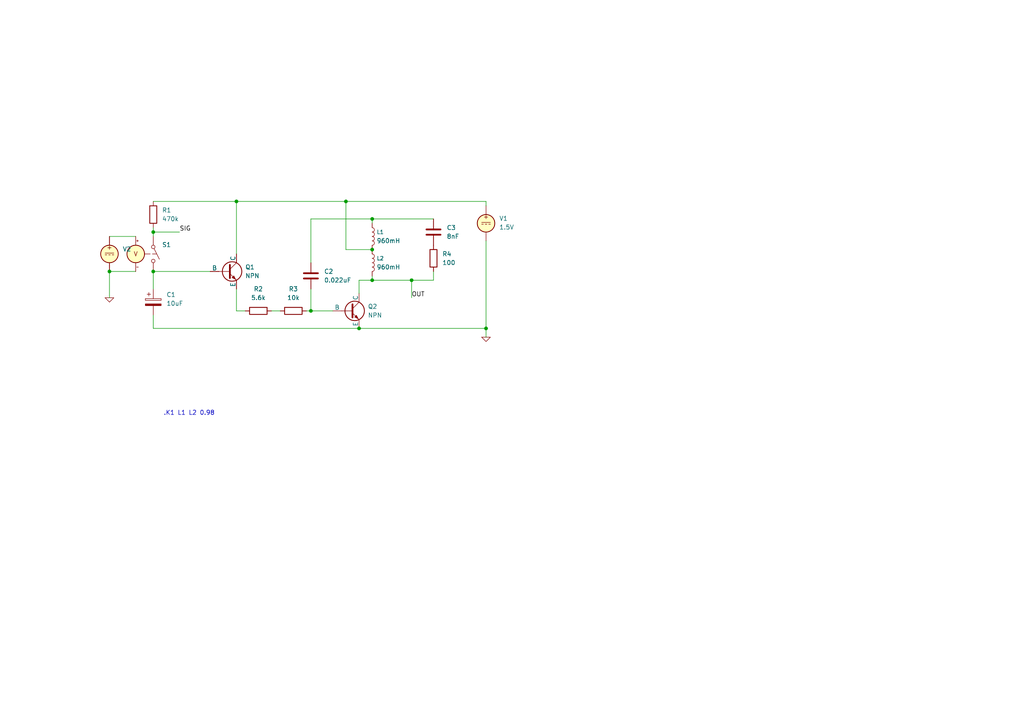
<source format=kicad_sch>
(kicad_sch (version 20250114) (generator "eeschema") (generator_version "9.0")
  (paper "A4")
  (lib_symbols
    (symbol "Device:C" (pin_numbers (hide yes)) (pin_names (offset 0.254))
      (property "Reference" "C" (at 0.635 2.54 0))
      (property "Value" "C" (at 0.635 -2.54 0))
      (symbol "C_0_1"
        (polyline (pts (xy -2.032 0.762) (xy 2.032 0.762)) (stroke (width 0.508)))
        (polyline (pts (xy -2.032 -0.762) (xy 2.032 -0.762)) (stroke (width 0.508)))
      )
      (symbol "C_1_1"
        (pin passive line (at 0 3.81 270) (length 2.794) (name "~") (number "1"))
        (pin passive line (at 0 -3.81 90) (length 2.794) (name "~") (number "2"))
      )
    )
    (symbol "Device:C_Polarized" (pin_numbers (hide yes)) (pin_names (offset 0.254))
      (property "Reference" "C" (at 0.635 2.54 0))
      (property "Value" "C_Polarized" (at 0.635 -2.54 0))
      (symbol "C_Polarized_0_1"
        (rectangle (start -2.286 0.508) (end 2.286 1.016))
        (polyline (pts (xy -1.778 2.286) (xy -0.762 2.286)))
        (polyline (pts (xy -1.27 2.794) (xy -1.27 1.778)))
        (rectangle (start 2.286 -0.508) (end -2.286 -1.016) (fill (type outline)))
      )
      (symbol "C_Polarized_1_1"
        (pin passive line (at 0 3.81 270) (length 2.794) (name "~") (number "1"))
        (pin passive line (at 0 -3.81 90) (length 2.794) (name "~") (number "2"))
      )
    )
    (symbol "Device:R" (pin_numbers (hide yes)) (pin_names (offset 0))
      (property "Reference" "R" (at 2.032 0 90))
      (property "Value" "R" (at 0 0 90))
      (symbol "R_0_1"
        (rectangle (start -1.016 -2.54) (end 1.016 2.54) (stroke (width 0.254)))
      )
      (symbol "R_1_1"
        (pin passive line (at 0 3.81 270) (length 1.27) (name "~") (number "1"))
        (pin passive line (at 0 -3.81 90) (length 1.27) (name "~") (number "2"))
      )
    )
    (symbol "Simulation_SPICE:0" (power) (pin_numbers (hide yes)) (pin_names (offset 0) (hide yes))
      (property "Value" "0" (at 0 -2.54 0))
      (symbol "0_0_1"
        (polyline (pts (xy -1.27 0) (xy 0 -1.27) (xy 1.27 0) (xy -1.27 0)))
      )
      (symbol "0_1_1"
        (pin power_in line (at 0 0 0) (length 0) (name "~") (number "1"))
      )
    )
    (symbol "Simulation_SPICE:NPN" (pin_numbers (hide yes)) (pin_names (offset 0))
      (property "Reference" "Q" (at -2.54 7.62 0))
      (property "Value" "NPN" (at -2.54 5.08 0))
      (symbol "NPN_0_1"
        (polyline (pts (xy -2.54 0) (xy 0.635 0)) (stroke (width 0.1524)))
        (polyline (pts (xy 0.635 1.905) (xy 0.635 -1.905) (xy 0.635 -1.905)) (stroke (width 0.508)))
        (polyline (pts (xy 0.635 0.635) (xy 2.54 2.54)))
        (polyline (pts (xy 0.635 -0.635) (xy 2.54 -2.54) (xy 2.54 -2.54)))
        (circle (center 1.27 0) (radius 2.8194) (stroke (width 0.254)))
        (polyline (pts (xy 1.27 -1.778) (xy 1.778 -1.27) (xy 2.286 -2.286) (xy 1.27 -1.778) (xy 1.27 -1.778)) (fill (type outline)))
        (polyline (pts (xy 2.794 -1.27) (xy 2.794 -1.27)) (stroke (width 0.1524)))
        (polyline (pts (xy 2.794 -1.27) (xy 2.794 -1.27)) (stroke (width 0.1524)))
      )
      (symbol "NPN_1_1"
        (pin input line (at -5.08 0 0) (length 2.54) (name "B") (number "2"))
        (pin open_collector line (at 2.54 5.08 270) (length 2.54) (name "C") (number "1"))
        (pin open_emitter line (at 2.54 -5.08 90) (length 2.54) (name "E") (number "3"))
      )
    )
    (symbol "Simulation_SPICE:SWITCH" (pin_numbers (hide yes)) (pin_names (offset 1.016) (hide yes))
      (property "Reference" "S" (at 2.54 2.54 0))
      (property "Value" "SWITCH" (at 2.54 0 0))
      (property "Sim.Params" "thr=0 ron=1" (at 2.54 -2.54 0))
      (symbol "SWITCH_0_1"
        (circle (center 0 2.032) (radius 0.508))
        (circle (center 0 -2.032) (radius 0.508))
        (polyline (pts (xy 0.254 1.524) (xy 1.778 -1.524)))
      )
      (symbol "SWITCH_1_1"
        (circle (center -5.08 0) (radius 2.54) (stroke (width 0.254)) (fill (type background)))
        (polyline (pts (xy -4.826 3.81) (xy -4.318 3.81)))
        (polyline (pts (xy -4.826 -3.81) (xy -4.318 -3.81)))
        (polyline (pts (xy -4.572 4.064) (xy -4.572 3.556)))
        (polyline (pts (xy -2.54 0) (xy 0.889 0)) (stroke (width 0) (type dash)))
        (text "V" (at -5.08 0 0) (effects (font (size 1.27 1.27))))
        (pin input line (at -5.08 5.08 270) (length 2.54) (name "C+") (number "3"))
        (pin input line (at -5.08 -5.08 90) (length 2.54) (name "C-") (number "4"))
        (pin passive line (at 0 5.08 270) (length 2.54) (name "N+") (number "1"))
        (pin passive line (at 0 -5.08 90) (length 2.54) (name "N-") (number "2"))
      )
    )
    (symbol "Simulation_SPICE:VDC" (pin_numbers (hide yes)) (pin_names (offset 0.0254))
      (property "Reference" "V" (at 2.54 2.54 0))
      (property "Value" "1" (at 2.54 0 0))
      (symbol "VDC_0_0"
        (polyline (pts (xy -1.27 0.254) (xy 1.27 0.254)))
        (polyline (pts (xy -0.762 -0.254) (xy -1.27 -0.254)))
        (polyline (pts (xy 0.254 -0.254) (xy -0.254 -0.254)))
        (polyline (pts (xy 1.27 -0.254) (xy 0.762 -0.254)))
        (text "+" (at 0 1.905 0) (effects (font (size 1.27 1.27))))
      )
      (symbol "VDC_0_1"
        (circle (center 0 0) (radius 2.54) (stroke (width 0.254)) (fill (type background)))
      )
      (symbol "VDC_1_1"
        (pin passive line (at 0 5.08 270) (length 2.54) (name "~") (number "1"))
        (pin passive line (at 0 -5.08 90) (length 2.54) (name "~") (number "2"))
      )
    )
    (symbol "kicadunlocked:L" (pin_numbers (hide yes)) (pin_names (offset 1.016) (hide yes))
      (property "Reference" "L" (at -1.27 -3.81 90))
      (property "Value" "L" (at 1.905 -3.81 90))
      (symbol "L_0_1"
        (arc (start 0 -1.27) (mid 0.6323 -1.905) (end 0 -2.54))
        (arc (start 0 -2.54) (mid 0.6323 -3.175) (end 0 -3.81))
        (arc (start 0 -3.81) (mid 0.6323 -4.445) (end 0 -5.08))
        (arc (start 0 -5.08) (mid 0.6323 -5.715) (end 0 -6.35))
      )
      (symbol "L_1_1"
        (pin passive line (at 0 0 270) (length 1.27) (name "1") (number "1"))
        (pin passive line (at 0 -7.62 90) (length 1.27) (name "2") (number "2"))
      )
    )
  )
  (text ".K1 L1 L2 0.98" (at 54.864 119.888 0) (effects (font (size 1.27 1.27))))
  (junction (at 90.17 90.17))
  (junction (at 31.75 78.74))
  (junction (at 119.38 81.28))
  (junction (at 44.45 67.31))
  (junction (at 107.95 72.39))
  (junction (at 68.58 58.42))
  (junction (at 100.33 58.42))
  (junction (at 107.95 63.5))
  (junction (at 104.14 95.25))
  (junction (at 107.95 81.28))
  (junction (at 140.97 95.25))
  (junction (at 44.45 78.74))
  (wire (pts (xy 107.95 63.5) (xy 125.73 63.5)))
  (wire (pts (xy 90.17 63.5) (xy 107.95 63.5)))
  (wire (pts (xy 104.14 85.09) (xy 104.14 81.28)))
  (wire (pts (xy 100.33 58.42) (xy 100.33 72.39)))
  (wire (pts (xy 44.45 78.74) (xy 44.45 83.82)))
  (wire (pts (xy 104.14 81.28) (xy 107.95 81.28)))
  (wire (pts (xy 78.74 90.17) (xy 81.28 90.17)))
  (wire (pts (xy 90.17 83.82) (xy 90.17 90.17)))
  (wire (pts (xy 125.73 78.74) (xy 125.73 81.28)))
  (wire (pts (xy 31.75 78.74) (xy 39.37 78.74)))
  (wire (pts (xy 100.33 58.42) (xy 140.97 58.42)))
  (wire (pts (xy 90.17 76.2) (xy 90.17 63.5)))
  (wire (pts (xy 68.58 83.82) (xy 68.58 90.17)))
  (wire (pts (xy 107.95 64.77) (xy 107.95 63.5)))
  (wire (pts (xy 44.45 67.31) (xy 44.45 68.58)))
  (wire (pts (xy 31.75 78.74) (xy 31.75 86.36)))
  (wire (pts (xy 119.38 81.28) (xy 119.38 86.36)))
  (wire (pts (xy 140.97 58.42) (xy 140.97 59.69)))
  (wire (pts (xy 140.97 95.25) (xy 140.97 97.79)))
  (wire (pts (xy 44.45 58.42) (xy 68.58 58.42)))
  (wire (pts (xy 104.14 95.25) (xy 44.45 95.25)))
  (wire (pts (xy 107.95 81.28) (xy 107.95 80.01)))
  (wire (pts (xy 119.38 81.28) (xy 125.73 81.28)))
  (wire (pts (xy 44.45 67.31) (xy 52.07 67.31)))
  (wire (pts (xy 44.45 78.74) (xy 60.96 78.74)))
  (wire (pts (xy 88.9 90.17) (xy 90.17 90.17)))
  (wire (pts (xy 68.58 90.17) (xy 71.12 90.17)))
  (wire (pts (xy 140.97 69.85) (xy 140.97 95.25)))
  (wire (pts (xy 107.95 81.28) (xy 119.38 81.28)))
  (wire (pts (xy 68.58 58.42) (xy 100.33 58.42)))
  (wire (pts (xy 107.95 72.39) (xy 100.33 72.39)))
  (wire (pts (xy 31.75 68.58) (xy 39.37 68.58)))
  (wire (pts (xy 90.17 90.17) (xy 96.52 90.17)))
  (wire (pts (xy 44.45 91.44) (xy 44.45 95.25)))
  (wire (pts (xy 44.45 66.04) (xy 44.45 67.31)))
  (wire (pts (xy 68.58 58.42) (xy 68.58 73.66)))
  (wire (pts (xy 104.14 95.25) (xy 140.97 95.25)))
  (label "SIG" (at 52.07 67.31 0))
  (label "OUT" (at 119.38 86.36 0))
  (symbol (lib_id "kicadunlocked:L") (at 107.95 64.77 0) (unit 1)
    (property "Reference" "L1" (at 109.22 67.3099 0) (effects (font (size 1.1 1.1)) (justify left)))
    (property "Value" "960mH" (at 109.22 69.8499 0) (effects (justify left)))
    (property "Description" "Inductor" (effects (hide yes)))
  )
  (symbol (lib_id "Simulation_SPICE:SWITCH") (at 44.45 73.66 0) (unit 1)
    (property "Reference" "S1" (at 46.99 70.9929 0) (effects (justify left)))
    (property "Value" "SWITCH" (effects (hide yes)))
    (property "Datasheet" "https://ngspice.sourceforge.io/docs/ngspice-html-manual/manual.xhtml#subsec_Switches" (effects (hide yes)))
    (property "Description" "Voltage controlled switch symbol for simulation only" (effects (hide yes)))
    (property "Sim.Device" "SW" (effects (hide yes)))
    (property "Sim.Type" "V" (effects (hide yes)))
    (property "Sim.Params" "thr=0 ron=1 roff=10M" (effects (hide yes)))
    (property "Sim.Pins" "1=no+ 2=no- 3=ctrl+ 4=ctrl-" (effects (hide yes)))
  )
  (symbol (lib_id "Device:C") (at 90.17 80.01 0) (unit 1)
    (property "Reference" "C2" (at 93.98 78.7399 0) (effects (justify left)))
    (property "Value" "0.022uF" (at 93.98 81.2799 0) (effects (justify left)))
    (property "Description" "Unpolarized capacitor" (effects (hide yes)))
  )
  (symbol (lib_id "Simulation_SPICE:NPN") (at 66.04 78.74 0) (unit 1)
    (property "Reference" "Q1" (at 71.12 77.4699 0) (effects (justify left)))
    (property "Value" "NPN" (at 71.12 80.0099 0) (effects (justify left)))
    (property "Datasheet" "https://ngspice.sourceforge.io/docs/ngspice-html-manual/manual.xhtml#cha_BJTs" (effects (hide yes)))
    (property "Description" "Bipolar transistor symbol for simulation only, substrate tied to the emitter" (effects (hide yes)))
    (property "Sim.Device" "NPN" (effects (hide yes)))
    (property "Sim.Type" "GUMMELPOON" (effects (hide yes)))
    (property "Sim.Pins" "1=C 2=B 3=E" (effects (hide yes)))
  )
  (symbol (lib_id "Simulation_SPICE:0") (at 31.75 86.36 0) (unit 1)
    (property "Reference" "#GND01" (effects (hide yes)))
    (property "Value" "0" (effects (hide yes)))
    (property "Datasheet" "https://ngspice.sourceforge.io/docs/ngspice-html-manual/manual.xhtml#subsec_Circuit_elements__device" (effects (hide yes)))
    (property "Description" "0V reference potential for simulation" (effects (hide yes)))
  )
  (symbol (lib_id "Device:R") (at 74.93 90.17 90) (unit 1)
    (property "Reference" "R2" (at 74.93 83.82 90))
    (property "Value" "5.6k" (at 74.93 86.36 90))
    (property "Description" "Resistor" (effects (hide yes)))
  )
  (symbol (lib_id "Simulation_SPICE:VDC") (at 140.97 64.77 0) (unit 1)
    (property "Reference" "V1" (at 144.78 63.3701 0) (effects (justify left)))
    (property "Value" "1.5V" (at 144.78 65.9101 0) (effects (justify left)))
    (property "Datasheet" "https://ngspice.sourceforge.io/docs/ngspice-html-manual/manual.xhtml#sec_Independent_Sources_for" (effects (hide yes)))
    (property "Description" "Voltage source, DC" (effects (hide yes)))
    (property "Sim.Pins" "1=+ 2=-" (effects (hide yes)))
    (property "Sim.Type" "DC" (effects (hide yes)))
    (property "Sim.Device" "V" (effects (hide yes)))
  )
  (symbol (lib_id "Device:R") (at 44.45 62.23 0) (unit 1)
    (property "Reference" "R1" (at 46.99 60.9599 0) (effects (justify left)))
    (property "Value" "470k" (at 46.99 63.4999 0) (effects (justify left)))
    (property "Description" "Resistor" (effects (hide yes)))
  )
  (symbol (lib_id "Device:C") (at 125.73 67.31 0) (unit 1)
    (property "Reference" "C3" (at 129.54 66.0399 0) (effects (justify left)))
    (property "Value" "8nF" (at 129.54 68.5799 0) (effects (justify left)))
    (property "Description" "Unpolarized capacitor" (effects (hide yes)))
  )
  (symbol (lib_id "Simulation_SPICE:VDC") (at 31.75 73.66 0) (unit 1)
    (property "Reference" "V2" (at 35.56 72.2601 0) (effects (justify left)))
    (property "Value" "${SIM.PARAMS}" (effects (hide yes)))
    (property "Datasheet" "https://ngspice.sourceforge.io/docs/ngspice-html-manual/manual.xhtml#sec_Independent_Sources_for" (effects (hide yes)))
    (property "Description" "Voltage source, DC" (effects (hide yes)))
    (property "Sim.Pins" "1=+ 2=-" (effects (hide yes)))
    (property "Sim.Type" "PULSE" (effects (hide yes)))
    (property "Sim.Device" "V" (effects (hide yes)))
    (property "Sim.Params" "y1=-5 y2=5 td=0 tr=1u tf=1u tw=0.5 per=1" (effects (hide yes)))
  )
  (symbol (lib_id "Device:R") (at 85.09 90.17 90) (unit 1)
    (property "Reference" "R3" (at 85.09 83.82 90))
    (property "Value" "10k" (at 85.09 86.36 90))
    (property "Description" "Resistor" (effects (hide yes)))
  )
  (symbol (lib_id "Simulation_SPICE:0") (at 140.97 97.79 0) (unit 1)
    (property "Reference" "#GND02" (effects (hide yes)))
    (property "Value" "0" (effects (hide yes)))
    (property "Datasheet" "https://ngspice.sourceforge.io/docs/ngspice-html-manual/manual.xhtml#subsec_Circuit_elements__device" (effects (hide yes)))
    (property "Description" "0V reference potential for simulation" (effects (hide yes)))
  )
  (symbol (lib_id "Device:C_Polarized") (at 44.45 87.63 0) (unit 1)
    (property "Reference" "C1" (at 48.26 85.4709 0) (effects (justify left)))
    (property "Value" "10uF" (at 48.26 88.0109 0) (effects (justify left)))
    (property "Description" "Polarized capacitor" (effects (hide yes)))
  )
  (symbol (lib_id "Simulation_SPICE:NPN") (at 101.6 90.17 0) (unit 1)
    (property "Reference" "Q2" (at 106.68 88.8999 0) (effects (justify left)))
    (property "Value" "NPN" (at 106.68 91.4399 0) (effects (justify left)))
    (property "Datasheet" "https://ngspice.sourceforge.io/docs/ngspice-html-manual/manual.xhtml#cha_BJTs" (effects (hide yes)))
    (property "Description" "Bipolar transistor symbol for simulation only, substrate tied to the emitter" (effects (hide yes)))
    (property "Sim.Device" "NPN" (effects (hide yes)))
    (property "Sim.Type" "GUMMELPOON" (effects (hide yes)))
    (property "Sim.Pins" "1=C 2=B 3=E" (effects (hide yes)))
  )
  (symbol (lib_id "Device:R") (at 125.73 74.93 0) (unit 1)
    (property "Reference" "R4" (at 128.27 73.6599 0) (effects (justify left)))
    (property "Value" "100" (at 128.27 76.1999 0) (effects (justify left)))
    (property "Description" "Resistor" (effects (hide yes)))
  )
  (symbol (lib_id "kicadunlocked:L") (at 107.95 72.39 0) (unit 1)
    (property "Reference" "L2" (at 109.22 74.9299 0) (effects (font (size 1.1 1.1)) (justify left)))
    (property "Value" "960mH" (at 109.22 77.4699 0) (effects (justify left)))
    (property "Description" "Inductor" (effects (hide yes)))
  )
)
</source>
